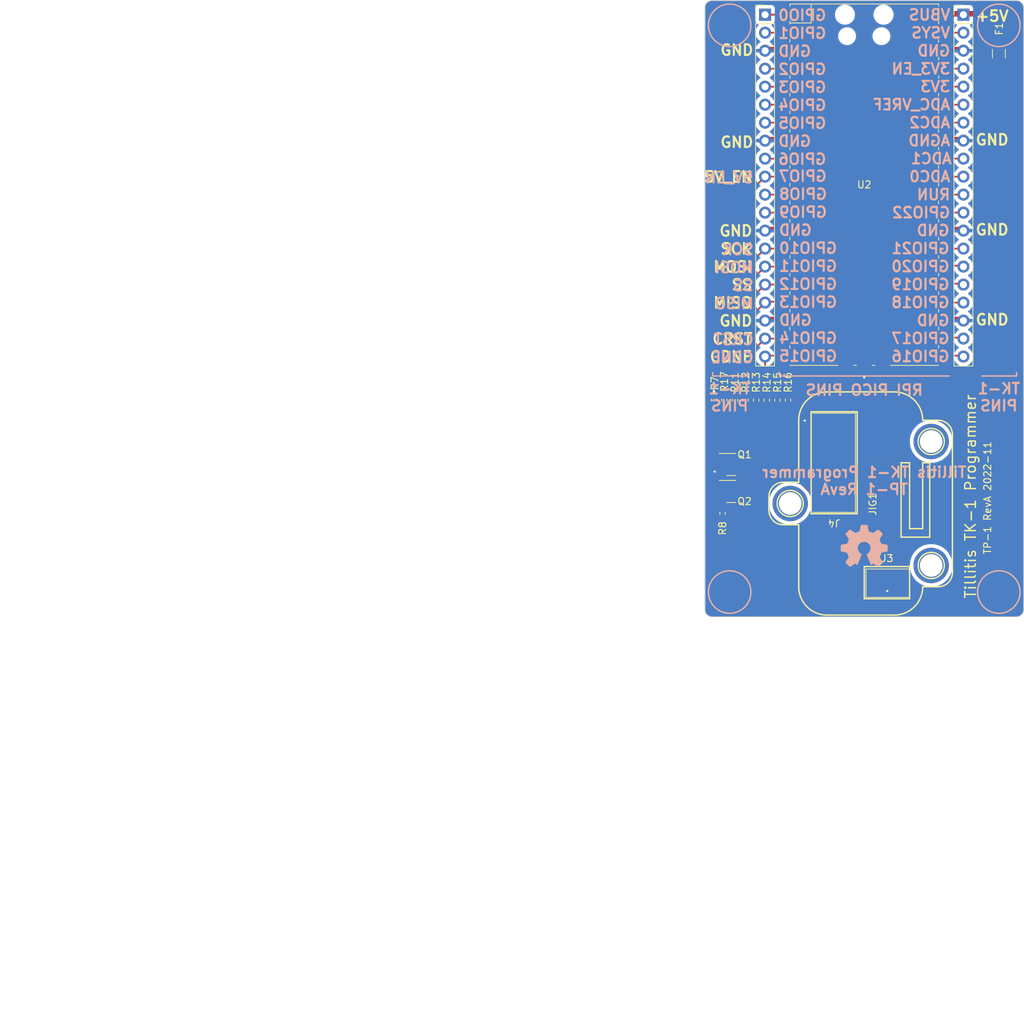
<source format=kicad_pcb>
(kicad_pcb (version 20221018) (generator pcbnew)
  (layers (0 "F.Cu" signal) (31 "B.Cu" signal) (34 "B.Paste" user) (35 "F.Paste" user) (36 "B.SilkS" user "B.Silkscreen") (37 "F.SilkS" user "F.Silkscreen") (38 "B.Mask" user) (39 "F.Mask" user) (44 "Edge.Cuts" user))
  (net 0 "")
  (net 1 "GND")
  (net 2 "+5V")
  (net 3 "/PICO28")
  (net 4 "/PICO27")
  (net 5 "/PICO26")
  (net 6 "/CDONE")
  (net 7 "/CRESET")
  (net 8 "/MISO")
  (net 9 "/SS")
  (net 10 "/MOSI")
  (net 11 "/SCK")
  (net 12 "/PICO_0")
  (net 13 "/PICO_1")
  (net 14 "/PICO_2")
  (net 15 "/PICO_3")
  (net 16 "/PICO_4")
  (net 17 "/PICO_5")
  (net 18 "/PICO_6")
  (net 19 "/PICO_VSYS")
  (net 20 "/PICO_3V3_EN")
  (net 21 "/PICO_3V3")
  (net 22 "/PICO_ADC_VREF")
  (net 25 "/PICO_RUN")
  (net 26 "/PICO22")
  (net 27 "/TX_U")
  (net 28 "/RX_U")
  (net 29 "/SCK_U")
  (net 30 "/MOSI_U")
  (net 31 "/SS_U")
  (net 32 "/MISO_U")
  (net 33 "/CRESET_U")
  (net 34 "/CDONE_U")
  (net 35 "/GPIO4_U")
  (net 36 "/GPIO3_U")
  (net 37 "/GPIO2_U")
  (net 38 "/GPIO1_U")
  (net 39 "/CTS_U")
  (net 40 "/RTS_U")
  (net 41 "/5V_EN")
  (net 42 "Net-(Q1-Pad3)")
  (net 43 "/5V_DUT")
  (net 44 "/5V_FUSE")
  (net 45 "Net-(Q1-Pad1)")
  (footprint "Connector_PinHeader_2.54mm:PinHeader_1x20_P2.54mm_Vertical" (layer "F.Cu") (at 154.5 51)
    (fp_text reference "J2" hide)
    (fp_text value "Conn_01x20" hide)
    (pad "1" thru_hole rect (at 0 0) (size 1.7 1.7) (drill 1) (layers "*.Cu" "*.Mask") (net 2 "+5V"))
    (pad "2" thru_hole oval (at 0 2.54) (size 1.7 1.7) (drill 1) (layers "*.Cu" "*.Mask") (net 19 "/PICO_VSYS"))
    (pad "3" thru_hole oval (at 0 5.08) (size 1.7 1.7) (drill 1) (layers "*.Cu" "*.Mask") (net 1 "GND"))
    (pad "4" thru_hole oval (at 0 7.62) (size 1.7 1.7) (drill 1) (layers "*.Cu" "*.Mask") (net 20 "/PICO_3V3_EN"))
    (pad "5" thru_hole oval (at 0 10.16) (size 1.7 1.7) (drill 1) (layers "*.Cu" "*.Mask") (net 21 "/PICO_3V3"))
    (pad "6" thru_hole oval (at 0 12.7) (size 1.7 1.7) (drill 1) (layers "*.Cu" "*.Mask") (net 22 "/PICO_ADC_VREF"))
    (pad "7" thru_hole oval (at 0 15.24) (size 1.7 1.7) (drill 1) (layers "*.Cu" "*.Mask") (net 3 "/PICO28"))
    (pad "8" thru_hole oval (at 0 17.78) (size 1.7 1.7) (drill 1) (layers "*.Cu" "*.Mask") (net 1 "GND"))
    (pad "9" thru_hole oval (at 0 20.32) (size 1.7 1.7) (drill 1) (layers "*.Cu" "*.Mask") (net 4 "/PICO27"))
    (pad "10" thru_hole oval (at 0 22.86) (size 1.7 1.7) (drill 1) (layers "*.Cu" "*.Mask") (net 5 "/PICO26"))
    (pad "11" thru_hole oval (at 0 25.4) (size 1.7 1.7) (drill 1) (layers "*.Cu" "*.Mask") (net 25 "/PICO_RUN"))
    (pad "12" thru_hole oval (at 0 27.94) (size 1.7 1.7) (drill 1) (layers "*.Cu" "*.Mask") (net 26 "/PICO22"))
    (pad "13" thru_hole oval (at 0 30.48) (size 1.7 1.7) (drill 1) (layers "*.Cu" "*.Mask") (net 1 "GND"))
    (pad "14" thru_hole oval (at 0 33.02) (size 1.7 1.7) (drill 1) (layers "*.Cu" "*.Mask") (net 35 "/GPIO4_U"))
    (pad "15" thru_hole oval (at 0 35.56) (size 1.7 1.7) (drill 1) (layers "*.Cu" "*.Mask") (net 36 "/GPIO3_U"))
    (pad "16" thru_hole oval (at 0 38.1) (size 1.7 1.7) (drill 1) (layers "*.Cu" "*.Mask") (net 37 "/GPIO2_U"))
    (pad "17" thru_hole oval (at 0 40.64) (size 1.7 1.7) (drill 1) (layers "*.Cu" "*.Mask") (net 38 "/GPIO1_U"))
    (pad "18" thru_hole oval (at 0 43.18) (size 1.7 1.7) (drill 1) (layers "*.Cu" "*.Mask") (net 1 "GND"))
    (pad "19" thru_hole oval (at 0 45.72) (size 1.7 1.7) (drill 1) (layers "*.Cu" "*.Mask") (net 39 "/CTS_U"))
    (pad "20" thru_hole oval (at 0 48.26) (size 1.7 1.7) (drill 1) (layers "*.Cu" "*.Mask") (net 40 "/RTS_U"))
  )
  (footprint "Fuse:Fuse_1206_3216Metric" (layer "F.Cu") (at 159.5 56.5 -90)
    (fp_text reference "F1" (at -3.5 -0.05 90) (layer "F.SilkS"))
    (fp_text value "50mA" hide)
    (pad "1" smd roundrect (at -1.4 0 270) (size 1.25 1.75) (layers "F.Cu" "F.Paste" "F.Mask") (roundrect_rratio 0.2) (net 2 "+5V"))
    (pad "2" smd roundrect (at 1.4 0 270) (size 1.25 1.75) (layers "F.Cu" "F.Paste" "F.Mask") (roundrect_rratio 0.2) (net 44 "/5V_FUSE"))
  )
  (footprint "Fiducial:Fiducial_1mm_Mask2mm" (layer "F.Cu") (at 161 134)
    (fp_text reference "FID1" hide)
    (fp_text value "Fiducial" hide)
    (pad "" smd circle (at 0 0) (size 1 1) (layers "F.Cu" "F.Mask") (clearance 0.5))
  )
  (footprint "mta1:ERJ2G(0402)_L" (layer "F.Cu") (at 123.75 105.4 90)
    (fp_text reference "R12" (at 2.5 0 90) (layer "F.SilkS"))
    (fp_text value "100R" hide)
    (pad "1" smd roundrect (at -0.4 0 90) (size 0.45 0.45) (layers "F.Cu" "F.Paste" "F.Mask") (net 10 "/MOSI"))
    (pad "2" smd roundrect (at 0.4 0 90) (size 0.45 0.45) (layers "F.Cu" "F.Paste" "F.Mask") (net 30 "/MOSI_U"))
  )
  (footprint "Connector_PinHeader_2.54mm:PinHeader_1x20_P2.54mm_Vertical" (layer "F.Cu") (at 126.5 51)
    (fp_text reference "J1" hide)
    (fp_text value "Conn_01x20" hide)
    (pad "1" thru_hole rect (at 0 0) (size 1.7 1.7) (drill 1) (layers "*.Cu" "*.Mask") (net 12 "/PICO_0"))
    (pad "2" thru_hole oval (at 0 2.54) (size 1.7 1.7) (drill 1) (layers "*.Cu" "*.Mask") (net 13 "/PICO_1"))
    (pad "3" thru_hole oval (at 0 5.08) (size 1.7 1.7) (drill 1) (layers "*.Cu" "*.Mask") (net 1 "GND"))
    (pad "4" thru_hole oval (at 0 7.62) (size 1.7 1.7) (drill 1) (layers "*.Cu" "*.Mask") (net 14 "/PICO_2"))
    (pad "5" thru_hole oval (at 0 10.16) (size 1.7 1.7) (drill 1) (layers "*.Cu" "*.Mask") (net 15 "/PICO_3"))
    (pad "6" thru_hole oval (at 0 12.7) (size 1.7 1.7) (drill 1) (layers "*.Cu" "*.Mask") (net 16 "/PICO_4"))
    (pad "7" thru_hole oval (at 0 15.24) (size 1.7 1.7) (drill 1) (layers "*.Cu" "*.Mask") (net 17 "/PICO_5"))
    (pad "8" thru_hole oval (at 0 17.78) (size 1.7 1.7) (drill 1) (layers "*.Cu" "*.Mask") (net 1 "GND"))
    (pad "9" thru_hole oval (at 0 20.32) (size 1.7 1.7) (drill 1) (layers "*.Cu" "*.Mask") (net 18 "/PICO_6"))
    (pad "10" thru_hole oval (at 0 22.86) (size 1.7 1.7) (drill 1) (layers "*.Cu" "*.Mask") (net 41 "/5V_EN"))
    (pad "11" thru_hole oval (at 0 25.4) (size 1.7 1.7) (drill 1) (layers "*.Cu" "*.Mask") (net 27 "/TX_U"))
    (pad "12" thru_hole oval (at 0 27.94) (size 1.7 1.7) (drill 1) (layers "*.Cu" "*.Mask") (net 28 "/RX_U"))
    (pad "13" thru_hole oval (at 0 30.48) (size 1.7 1.7) (drill 1) (layers "*.Cu" "*.Mask") (net 1 "GND"))
    (pad "14" thru_hole oval (at 0 33.02) (size 1.7 1.7) (drill 1) (layers "*.Cu" "*.Mask") (net 29 "/SCK_U"))
    (pad "15" thru_hole oval (at 0 35.56) (size 1.7 1.7) (drill 1) (layers "*.Cu" "*.Mask") (net 30 "/MOSI_U"))
    (pad "16" thru_hole oval (at 0 38.1) (size 1.7 1.7) (drill 1) (layers "*.Cu" "*.Mask") (net 31 "/SS_U"))
    (pad "17" thru_hole oval (at 0 40.64) (size 1.7 1.7) (drill 1) (layers "*.Cu" "*.Mask") (net 32 "/MISO_U"))
    (pad "18" thru_hole oval (at 0 43.18) (size 1.7 1.7) (drill 1) (layers "*.Cu" "*.Mask") (net 1 "GND"))
    (pad "19" thru_hole oval (at 0 45.72) (size 1.7 1.7) (drill 1) (layers "*.Cu" "*.Mask") (net 33 "/CRESET_U"))
    (pad "20" thru_hole oval (at 0 48.26) (size 1.7 1.7) (drill 1) (layers "*.Cu" "*.Mask") (net 34 "/CDONE_U"))
  )
  (footprint "mta1:ERJ2G(0402)_L" (layer "F.Cu") (at 126.75 105.4 90)
    (fp_text reference "R14" (at 2.5 0 90) (layer "F.SilkS"))
    (fp_text value "100R" hide)
    (pad "1" smd roundrect (at -0.4 0 90) (size 0.45 0.45) (layers "F.Cu" "F.Paste" "F.Mask") (net 8 "/MISO"))
    (pad "2" smd roundrect (at 0.4 0 90) (size 0.45 0.45) (layers "F.Cu" "F.Paste" "F.Mask") (net 32 "/MISO_U"))
  )
  (footprint "mta1:ERJ2G(0402)_L" (layer "F.Cu") (at 122.25 105.4 90)
    (fp_text reference "R11" (at 2.5 0 90) (layer "F.SilkS"))
    (fp_text value "100R" hide)
    (pad "1" smd roundrect (at -0.4 0 90) (size 0.45 0.45) (layers "F.Cu" "F.Paste" "F.Mask") (net 11 "/SCK"))
    (pad "2" smd roundrect (at 0.4 0 90) (size 0.45 0.45) (layers "F.Cu" "F.Paste" "F.Mask") (net 29 "/SCK_U"))
  )
  (footprint "mta1:ERJ2G(0402)_L" (layer "F.Cu") (at 125.25 105.4 90)
    (fp_text reference "R13" (at 2.5 0 90) (layer "F.SilkS"))
    (fp_text value "100R" hide)
    (pad "1" smd roundrect (at -0.4 0 90) (size 0.45 0.45) (layers "F.Cu" "F.Paste" "F.Mask") (net 9 "/SS"))
    (pad "2" smd roundrect (at 0.4 0 90) (size 0.45 0.45) (layers "F.Cu" "F.Paste" "F.Mask") (net 31 "/SS_U"))
  )
  (footprint "Package_TO_SOT_SMD:SOT-23" (layer "F.Cu") (at 121.7 114.49)
    (fp_text reference "Q1" (at 1.9 -1.39) (layer "F.SilkS"))
    (fp_text value "AO3400A" hide)
    (pad "1" smd roundrect (at -0.9375 -0.95) (size 1.475 0.6) (layers "F.Cu" "F.Paste" "F.Mask") (net 45 "Net-(Q1-Pad1)"))
    (pad "2" smd roundrect (at -0.9375 0.95) (size 1.475 0.6) (layers "F.Cu" "F.Paste" "F.Mask") (net 1 "GND"))
    (pad "3" smd roundrect (at 0.9375 0) (size 1.475 0.6) (layers "F.Cu" "F.Paste" "F.Mask") (net 42 "Net-(Q1-Pad3)"))
  )
  (footprint "mta1:mta1_usb_ch552_flat" (layer "F.Cu") (at 140 120 90)
    (fp_text reference "JIG1" (at -0.1 1.7 90 unlocked) (layer "F.SilkS"))
    (fp_text value "mta1_usb_ch552_flat" hide)
    (pad "M1" thru_hole circle (at 0 -9.95 90) (size 5 5) (drill 3.2) (layers "*.Cu" "*.Mask"))
    (pad "M2" thru_hole circle (at -8.75 9.95 90) (size 5 5) (drill 3.2) (layers "*.Cu" "*.Mask"))
    (pad "M3" thru_hole circle (at 8.75 9.95 90) (size 5 5) (drill 3.2) (layers "*.Cu" "*.Mask"))
  )
  (footprint "mta1:ERJ2G(0402)_L" (layer "F.Cu") (at 120.5 121.4 -90)
    (fp_text reference "R8" (at 2.1 0 90) (layer "F.SilkS"))
    (fp_text value "10K" hide)
    (pad "1" smd roundrect (at -0.4 0 270) (size 0.45 0.45) (layers "F.Cu" "F.Paste" "F.Mask") (net 42 "Net-(Q1-Pad3)"))
    (pad "2" smd roundrect (at 0.4 0 270) (size 0.45 0.45) (layers "F.Cu" "F.Paste" "F.Mask") (net 44 "/5V_FUSE"))
  )
  (footprint "Package_TO_SOT_SMD:SOT-23" (layer "F.Cu") (at 121.7 118.3)
    (fp_text reference "Q2" (at 1.9 1.4) (layer "F.SilkS"))
    (fp_text value "AO3401A" hide)
    (pad "1" smd roundrect (at -0.9375 -0.95) (size 1.475 0.6) (layers "F.Cu" "F.Paste" "F.Mask") (net 42 "Net-(Q1-Pad3)"))
    (pad "2" smd roundrect (at -0.9375 0.95) (size 1.475 0.6) (layers "F.Cu" "F.Paste" "F.Mask") (net 44 "/5V_FUSE"))
    (pad "3" smd roundrect (at 0.9375 0) (size 1.475 0.6) (layers "F.Cu" "F.Paste" "F.Mask") (net 43 "/5V_DUT"))
  )
  (footprint "mta1:BC-1-701" (layer "F.Cu") (at 136.25 114.25 180)
    (fp_text reference "J4" (at 0 -8.5 180 unlocked) (layer "F.SilkS"))
    (fp_text value "BC-1-701" hide)
    (pad "1" smd roundrect (at 2 -6 180) (size 2.6 1.7) (layers "F.Cu" "F.Paste" "F.Mask") (roundrect_rratio 0.1) (net 11 "/SCK"))
    (pad "2" smd roundrect (at 2 -4 180) (size 2.6 1.7) (layers "F.Cu" "F.Paste" "F.Mask") (roundrect_rratio 0.1) (net 10 "/MOSI"))
    (pad "3" smd roundrect (at 2 -2 180) (size 2.6 1.7) (layers "F.Cu" "F.Paste" "F.Mask") (roundrect_rratio 0.1) (net 9 "/SS"))
    (pad "4" smd roundrect (at 2 0 180) (size 2.6 1.7) (layers "F.Cu" "F.Paste" "F.Mask") (roundrect_rratio 0.1) (net 8 "/MISO"))
    (pad "5" smd roundrect (at 2 2 180) (size 2.6 1.7) (layers "F.Cu" "F.Paste" "F.Mask") (roundrect_rratio 0.1) (net 7 "/CRESET"))
    (pad "6" smd roundrect (at 2 4 180) (size 2.6 1.7) (layers "F.Cu" "F.Paste" "F.Mask") (roundrect_rratio 0.1) (net 6 "/CDONE"))
    (pad "7" smd roundrect (at 2 6 180) (size 2.6 1.7) (layers "F.Cu" "F.Paste" "F.Mask") (roundrect_rratio 0.1) (net 1 "GND"))
  )
  (footprint "mta1:BC-1-208" (layer "F.Cu") (at 143.75 131.25)
    (fp_text reference "J3" (at 0 -3.5 unlocked) (layer "F.SilkS"))
    (fp_text value "BC-1-208" hide)
    (pad "1" smd roundrect (at 2 -1) (size 2.6 1.7) (layers "F.Cu" "F.Paste" "F.Mask") (roundrect_rratio 0.1) (net 43 "/5V_DUT"))
    (pad "2" smd roundrect (at 2 1) (size 2.6 1.7) (layers "F.Cu" "F.Paste" "F.Mask") (roundrect_rratio 0.1) (net 1 "GND"))
  )
  (footprint "MCU_RaspberryPi_and_Boards:RPi_Pico_SMD_reflow" (layer "F.Cu") (at 140.5 75)
    (fp_text reference "U2" (at 0 0) (layer "F.SilkS"))
    (fp_text value "Pico" hide)
    (pad "" np_thru_hole oval (at -2.725 -24) (size 1.8 1.8) (drill 1.8) (layers "F&B.Cu" "*.Mask"))
    (pad "" np_thru_hole oval (at -2.425 -20.97) (size 1.5 1.5) (drill 1.5) (layers "*.Cu" "*.Mask"))
    (pad "" np_thru_hole oval (at 2.425 -20.97) (size 1.5 1.5) (drill 1.5) (layers "*.Cu" "*.Mask"))
    (pad "" np_thru_hole oval (at 2.725 -24) (size 1.8 1.8) (drill 1.8) (layers "*.Cu" "*.Mask"))
    (pad "1" smd rect (at -8.89 -24.13) (size 3.5 1.7) (drill (offset -0.9 0)) (layers "F.Cu" "F.Paste" "F.Mask") (net 12 "/PICO_0"))
    (pad "2" smd rect (at -8.89 -21.59) (size 3.5 1.7) (drill (offset -0.9 0)) (layers "F.Cu" "F.Paste" "F.Mask") (net 13 "/PICO_1"))
    (pad "3" smd rect (at -8.89 -19.05) (size 3.5 1.7) (drill (offset -0.9 0)) (layers "F.Cu" "F.Paste" "F.Mask") (net 1 "GND"))
    (pad "4" smd rect (at -8.89 -16.51) (size 3.5 1.7) (drill (offset -0.9 0)) (layers "F.Cu" "F.Paste" "F.Mask") (net 14 "/PICO_2"))
    (pad "5" smd rect (at -8.89 -13.97) (size 3.5 1.7) (drill (offset -0.9 0)) (layers "F.Cu" "F.Paste" "F.Mask") (net 15 "/PICO_3"))
    (pad "6" smd rect (at -8.89 -11.43) (size 3.5 1.7) (drill (offset -0.9 0)) (layers "F.Cu" "F.Paste" "F.Mask") (net 16 "/PICO_4"))
    (pad "7" smd rect (at -8.89 -8.89) (size 3.5 1.7) (drill (offset -0.9 0)) (layers "F.Cu" "F.Paste" "F.Mask") (net 17 "/PICO_5"))
    (pad "8" smd rect (at -8.89 -6.35) (size 3.5 1.7) (drill (offset -0.9 0)) (layers "F.Cu" "F.Paste" "F.Mask") (net 1 "GND"))
    (pad "9" smd rect (at -8.89 -3.81) (size 3.5 1.7) (drill (offset -0.9 0)) (layers "F.Cu" "F.Paste" "F.Mask") (net 18 "/PICO_6"))
    (pad "10" smd rect (at -8.89 -1.27) (size 3.5 1.7) (drill (offset -0.9 0)) (layers "F.Cu" "F.Paste" "F.Mask") (net 41 "/5V_EN"))
    (pad "11" smd rect (at -8.89 1.27) (size 3.5 1.7) (drill (offset -0.9 0)) (layers "F.Cu" "F.Paste" "F.Mask") (net 27 "/TX_U"))
    (pad "12" smd rect (at -8.89 3.81) (size 3.5 1.7) (drill (offset -0.9 0)) (layers "F.Cu" "F.Paste" "F.Mask") (net 28 "/RX_U"))
    (pad "13" smd rect (at -8.89 6.35) (size 3.5 1.7) (drill (offset -0.9 0)) (layers "F.Cu" "F.Paste" "F.Mask") (net 1 "GND"))
    (pad "14" smd rect (at -8.89 8.89) (size 3.5 1.7) (drill (offset -0.9 0)) (layers "F.Cu" "F.Paste" "F.Mask") (net 29 "/SCK_U"))
    (pad "15" smd rect (at -8.89 11.43) (size 3.5 1.7) (drill (offset -0.9 0)) (layers "F.Cu" "F.Paste" "F.Mask") (net 30 "/MOSI_U"))
    (pad "16" smd rect (at -8.89 13.97) (size 3.5 1.7) (drill (offset -0.9 0)) (layers "F.Cu" "F.Paste" "F.Mask") (net 31 "/SS_U"))
    (pad "17" smd rect (at -8.89 16.51) (size 3.5 1.7) (drill (offset -0.9 0)) (layers "F.Cu" "F.Paste" "F.Mask") (net 32 "/MISO_U"))
    (pad "18" smd rect (at -8.89 19.05) (size 3.5 1.7) (drill (offset -0.9 0)) (layers "F.Cu" "F.Paste" "F.Mask") (net 1 "GND"))
    (pad "19" smd rect (at -8.89 21.59) (size 3.5 1.7) (drill (offset -0.9 0)) (layers "F.Cu" "F.Paste" "F.Mask") (net 33 "/CRESET_U"))
    (pad "20" smd rect (at -8.89 24.13) (size 3.5 1.7) (drill (offset -0.9 0)) (layers "F.Cu" "F.Paste" "F.Mask") (net 34 "/CDONE_U"))
    (pad "21" smd rect (at 8.89 24.13) (size 3.5 1.7) (drill (offset 0.9 0)) (layers "F.Cu" "F.Paste" "F.Mask") (net 40 "/RTS_U"))
    (pad "22" smd rect (at 8.89 21.59) (size 3.5 1.7) (drill (offset 0.9 0)) (layers "F.Cu" "F.Paste" "F.Mask") (net 39 "/CTS_U"))
    (pad "23" smd rect (at 8.89 19.05) (size 3.5 1.7) (drill (offset 0.9 0)) (layers "F.Cu" "F.Paste" "F.Mask") (net 1 "GND"))
    (pad "24" smd rect (at 8.89 16.51) (size 3.5 1.7) (drill (offset 0.9 0)) (layers "F.Cu" "F.Paste" "F.Mask") (net 38 "/GPIO1_U"))
    (pad "25" smd rect (at 8.89 13.97) (size 3.5 1.7) (drill (offset 0.9 0)) (layers "F.Cu" "F.Paste" "F.Mask") (net 37 "/GPIO2_U"))
    (pad "26" smd rect (at 8.89 11.43) (size 3.5 1.7) (drill (offset 0.9 0)) (layers "F.Cu" "F.Paste" "F.Mask") (net 36 "/GPIO3_U"))
    (pad "27" smd rect (at 8.89 8.89) (size 3.5 1.7) (drill (offset 0.9 0)) (layers "F.Cu" "F.Paste" "F.Mask") (net 35 "/GPIO4_U"))
    (pad "28" smd rect (at 8.89 6.35) (size 3.5 1.7) (drill (offset 0.9 0)) (layers "F.Cu" "F.Paste" "F.Mask") (net 1 "GND"))
    (pad "29" smd rect (at 8.89 3.81) (size 3.5 1.7) (drill (offset 0.9 0)) (layers "F.Cu" "F.Paste" "F.Mask") (net 26 "/PICO22"))
    (pad "30" smd rect (at 8.89 1.27) (size 3.5 1.7) (drill (offset 0.9 0)) (layers "F.Cu" "F.Paste" "F.Mask") (net 25 "/PICO_RUN"))
    (pad "31" smd rect (at 8.89 -1.27) (size 3.5 1.7) (drill (offset 0.9 0)) (layers "F.Cu" "F.Paste" "F.Mask") (net 5 "/PICO26"))
    (pad "32" smd rect (at 8.89 -3.81) (size 3.5 1.7) (drill (offset 0.9 0)) (layers "F.Cu" "F.Paste" "F.Mask") (net 4 "/PICO27"))
    (pad "33" smd rect (at 8.89 -6.35) (size 3.5 1.7) (drill (offset 0.9 0)) (layers "F.Cu" "F.Paste" "F.Mask") (net 1 "GND"))
    (pad "34" smd rect (at 8.89 -8.89) (size 3.5 1.7) (drill (offset 0.9 0)) (layers "F.Cu" "F.Paste" "F.Mask") (net 3 "/PICO28"))
    (pad "35" smd rect (at 8.89 -11.43) (size 3.5 1.7) (drill (offset 0.9 0)) (layers "F.Cu" "F.Paste" "F.Mask") (net 22 "/PICO_ADC_VREF"))
    (pad "36" smd rect (at 8.89 -13.97) (size 3.5 1.7) (drill (offset 0.9 0)) (layers "F.Cu" "F.Paste" "F.Mask") (net 21 "/PICO_3V3"))
    (pad "37" smd rect (at 8.89 -16.51) (size 3.5 1.7) (drill (offset 0.9 0)) (layers "F.Cu" "F.Paste" "F.Mask") (net 20 "/PICO_3V3_EN"))
    (pad "38" smd rect (at 8.89 -19.05) (size 3.5 1.7) (drill (offset 0.9 0)) (layers "F.Cu" "F.Paste" "F.Mask") (net 1 "GND"))
    (pad "39" smd rect (at 8.89 -21.59) (size 3.5 1.7) (drill (offset 0.9 0)) (layers "F.Cu" "F.Paste" "F.Mask") (net 19 "/PICO_VSYS"))
    (pad "40" smd rect (at 8.89 -24.13) (size 3.5 1.7) (drill (offset 0.9 0)) (layers "F.Cu" "F.Paste" "F.Mask") (net 2 "+5V"))
    (pad "41" smd rect (at -2.54 23.9 90) (size 3.5 1.7) (drill (offset -0.9 0)) (layers "F.Cu" "F.Paste" "F.Mask"))
    (pad "42" smd rect (at 0 23.9 90) (size 3.5 1.7) (drill (offset -0.9 0)) (layers "F.Cu" "F.Paste" "F.Mask") (net 1 "GND"))
    (pad "43" smd rect (at 2.54 23.9 90) (size 3.5 1.7) (drill (offset -0.9 0)) (layers "F.Cu" "F.Paste" "F.Mask"))
  )
  (footprint "mta1:ERJ2G(0402)_L" (layer "F.Cu") (at 129.75 105.4 90)
    (fp_text reference "R16" (at 2.5 0 90) (layer "F.SilkS"))
    (fp_text value "100R" hide)
    (pad "1" smd roundrect (at -0.4 0 90) (size 0.45 0.45) (layers "F.Cu" "F.Paste" "F.Mask") (net 6 "/CDONE"))
    (pad "2" smd roundrect (at 0.4 0 90) (size 0.45 0.45) (layers "F.Cu" "F.Paste" "F.Mask") (net 34 "/CDONE_U"))
  )
  (footprint "Fiducial:Fiducial_1mm_Mask2mm" (layer "F.Cu") (at 120 134)
    (fp_text reference "FIDe" hide)
    (fp_text value "Fiducial" hide)
    (pad "" smd circle (at 0 0) (size 1 1) (layers "F.Cu" "F.Mask") (clearance 0.5))
  )
  (footprint "mta1:ERJ2G(0402)_L" (layer "F.Cu") (at 120.75 105.4 -90)
    (fp_text reference "R17" (at -2.6 0 90) (layer "F.SilkS"))
    (fp_text value "100R" hide)
    (pad "1" smd roundrect (at -0.4 0 270) (size 0.45 0.45) (layers "F.Cu" "F.Paste" "F.Mask") (net 41 "/5V_EN"))
    (pad "2" smd roundrect (at 0.4 0 270) (size 0.45 0.45) (layers "F.Cu" "F.Paste" "F.Mask") (net 45 "Net-(Q1-Pad1)"))
  )
  (footprint "mta1:ERJ2G(0402)_L" (layer "F.Cu") (at 128.25 105.4 90)
    (fp_text reference "R15" (at 2.5 0 90) (layer "F.SilkS"))
    (fp_text value "100R" hide)
    (pad "1" smd roundrect (at -0.4 0 90) (size 0.45 0.45) (layers "F.Cu" "F.Paste" "F.Mask") (net 7 "/CRESET"))
    (pad "2" smd roundrect (at 0.4 0 90) (size 0.45 0.45) (layers "F.Cu" "F.Paste" "F.Mask") (net 33 "/CRESET_U"))
  )
  (footprint "mta1:ERJ2G(0402)_L" (layer "F.Cu") (at 119.3 105.4 -90)
    (fp_text reference "R7" (at -2.37 -0.11 -270) (layer "F.SilkS"))
    (fp_text value "10K" hide)
    (pad "1" smd roundrect (at -0.4 0 270) (size 0.45 0.45) (layers "F.Cu" "F.Paste" "F.Mask") (net 1 "GND"))
    (pad "2" smd roundrect (at 0.4 0 270) (size 0.45 0.45) (layers "F.Cu" "F.Paste" "F.Mask") (net 45 "Net-(Q1-Pad1)"))
  )
  (footprint "Fiducial:Fiducial_1mm_Mask2mm" (layer "F.Cu") (at 120 51)
    (fp_text reference "FID2" hide)
    (fp_text value "Fiducial" hide)
    (pad "" smd circle (at 0 0) (size 1 1) (layers "F.Cu" "F.Mask") (clearance 0.5))
  )
  (footprint "Symbol:OSHW-Symbol_6.7x6mm_SilkScreen" (layer "B.Cu") (at 140.5 126 180)
    (fp_text reference "REF**" hide)
    (fp_text value "OSHW-Symbol_6.7x6mm_SilkScreen" hide)
  )
  (gr_circle (center 121.5 52.5) (end 124.5 52.5) (stroke (width 0.2)) (fill none) (layer "B.SilkS"))
  (gr_line (start 157.1 102) (end 162 102) (stroke (width 0.2)) (layer "B.SilkS"))
  (gr_line (start 119.1 102) (end 124 102) (stroke (width 0.2)) (layer "B.SilkS"))
  (gr_circle (center 159.5 52.5) (end 162.5 52.5) (stroke (width 0.2)) (fill none) (layer "B.SilkS"))
  (gr_circle (center 159.5 132.5) (end 162.5 132.5) (stroke (width 0.2)) (fill none) (layer "B.SilkS"))
  (gr_line (start 119.1 101.5) (end 119.1 102) (stroke (width 0.2)) (layer "B.SilkS"))
  (gr_circle (center 121.5 132.5) (end 124.5 132.5) (stroke (width 0.2)) (fill none) (layer "B.SilkS"))
  (gr_line (start 162 101.5) (end 162 102) (stroke (width 0.2)) (layer "B.SilkS"))
  (gr_line (start 128.5 102) (end 152.5 102) (stroke (width 0.2)) (layer "B.SilkS"))
  (gr_line (start 124 101.5) (end 124 102) (stroke (width 0.2)) (layer "B.SilkS"))
  (gr_line (start 128.5 101.5) (end 128.5 102) (stroke (width 0.2)) (layer "B.SilkS"))
  (gr_arc (start 118 50) (mid 118.292893 49.292893) (end 119 49) (stroke (width 0.1)) (layer "Edge.Cuts"))
  (gr_line (start 162 49) (end 119 49) (stroke (width 0.1)) (layer "Edge.Cuts"))
  (gr_line (start 118 50) (end 118 134.992893) (stroke (width 0.1)) (layer "Edge.Cuts"))
  (gr_arc (start 119 135.992893) (mid 118.292893 135.7) (end 118 134.992893) (stroke (width 0.1)) (layer "Edge.Cuts"))
  (gr_arc (start 162 49) (mid 162.707107 49.292893) (end 163 50) (stroke (width 0.1)) (layer "Edge.Cuts"))
  (gr_line (start 119 135.992893) (end 162 135.992893) (stroke (width 0.1)) (layer "Edge.Cuts"))
  (gr_line (start 163 134.992893) (end 163 50) (stroke (width 0.1)) (layer "Edge.Cuts"))
  (gr_arc (start 163 134.992893) (mid 162.707107 135.7) (end 162 135.992893) (stroke (width 0.1)) (layer "Edge.Cuts"))
  (gr_text "GND" (at 152.7 94.16) (layer "B.SilkS") (effects (font (size 1.5 1.5) (thickness 0.3)) (justify left mirror)))
  (gr_text "SS" (at 125.04 89.24) (layer "B.SilkS") (effects (font (size 1.5 1.5) (thickness 0.3)) (justify left mirror)))
  (gr_text "GPIO11" (at 128.3 86.5) (layer "B.SilkS") (effects (font (size 1.5 1.5) (thickness 0.3)) (justify right mirror)))
  (gr_text "VBUS" (at 152.8 51.02) (layer "B.SilkS") (effects (font (size 1.5 1.5) (thickness 0.3)) (justify left mirror)))
  (gr_text "GPIO6" (at 128.2 71.4) (layer "B.SilkS") (effects (font (size 1.5 1.5) (thickness 0.3)) (justify right mirror)))
  (gr_text "GND" (at 128.2 68.86) (layer "B.SilkS") (effects (font (size 1.5 1.5) (thickness 0.3)) (justify right mirror)))
  (gr_text "GPIO22" (at 152.8 78.94) (layer "B.SilkS") (effects (font (size 1.5 1.5) (thickness 0.3)) (justify left mirror)))
  (gr_text "CRST" (at 125.04 96.86) (layer "B.SilkS") (effects (font (size 1.5 1.5) (thickness 0.3)) (justify left mirror)))
  (gr_text "RUN" (at 152.8 76.4) (layer "B.SilkS") (effects (font (size 1.5 1.5) (thickness 0.3)) (justify left mirror)))
  (gr_text "GPIO10" (at 128.3 83.96) (layer "B.SilkS") (effects (font (size 1.5 1.5) (thickness 0.3)) (justify right mirror)))
  (gr_text "TK-1\nPINS" (at 121.5 105) (layer "B.SilkS") (effects (font (size 1.5 1.5) (thickness 0.3)) (justify mirror)))
  (gr_text "GND" (at 128.2 56.16) (layer "B.SilkS") (effects (font (size 1.5 1.5) (thickness 0.3)) (justify right mirror)))
  (gr_text "CDNE" (at 125.04 99.4) (layer "B.SilkS") (effects (font (size 1.5 1.5) (thickness 0.3)) (justify left mirror)))
  (gr_text "GPIO16" (at 152.7 99.24) (layer "B.SilkS") (effects (font (size 1.5 1.5) (thickness 0.3)) (justify left mirror)))
  (gr_text "GPIO8" (at 128.3 76.34) (layer "B.SilkS") (effects (font (size 1.5 1.5) (thickness 0.3)) (justify right mirror)))
  (gr_text "ADC1" (at 153 71.32) (layer "B.SilkS") (effects (font (size 1.5 1.5) (thickness 0.3)) (justify left mirror)))
  (gr_text "GPIO3" (at 128.2 61.24) (layer "B.SilkS") (effects (font (size 1.5 1.5) (thickness 0.3)) (justify right mirror)))
  (gr_text "GPIO19" (at 152.7 89.08) (layer "B.SilkS") (effects (font (size 1.5 1.5) (thickness 0.3)) (justify left mirror)))
  (gr_text "GND" (at 128.3 81.42) (layer "B.SilkS") (effects (font (size 1.5 1.5) (thickness 0.3)) (justify right mirror)))
  (gr_text "GPIO14" (at 128.3 96.66) (layer "B.SilkS") (effects (font (size 1.5 1.5) (thickness 0.3)) (justify right mirror)))
  (gr_text "ADC0" (at 152.8 73.86) (layer "B.SilkS") (effects (font (size 1.5 1.5) (thickness 0.3)) (justify left mirror)))
  (gr_text "GPIO13" (at 128.3 91.58) (layer "B.SilkS") (effects (font (size 1.5 1.5) (thickness 0.3)) (justify right mirror)))
  (gr_text "MISO" (at 125.04 91.78) (layer "B.SilkS") (effects (font (size 1.5 1.5) (thickness 0.3)) (justify left mirror)))
  (gr_text "GPIO18" (at 152.7 91.62) (layer "B.SilkS") (effects (font (size 1.5 1.5) (thickness 0.3)) (justify left mirror)))
  (gr_text "3V3_EN" (at 152.8 58.64) (layer "B.SilkS") (effects (font (size 1.5 1.5) (thickness 0.3)) (justify left mirror)))
  (gr_text "3V3" (at 152.8 61.16) (layer "B.SilkS") (effects (font (size 1.5 1.5) (thickness 0.3)) (justify left mirror)))
  (gr_text "GPIO7" (at 128.26 73.8) (layer "B.SilkS") (effects (font (size 1.5 1.5) (thickness 0.3)) (justify right mirror)))
  (gr_text "GPIO4" (at 128.2 63.78) (layer "B.SilkS") (effects (font (size 1.5 1.5) (thickness 0.3)) (justify right mirror)))
  (gr_text "VSYS" (at 152.8 53.56) (layer "B.SilkS") (effects (font (size 1.5 1.5) (thickness 0.3)) (justify left mirror)))
  (gr_text "Tillitis TK-1 Programmer\nTP-1 RevA" (at 140.5 116.8) (layer "B.SilkS") (effects (font (size 1.5 1.5) (thickness 0.3)) (justify mirror)))
  (gr_text "AGND" (at 152.8 68.78) (layer "B.SilkS") (effects (font (size 1.5 1.5) (thickness 0.3)) (justify left mirror)))
  (gr_text "GPIO15" (at 128.3 99.2) (layer "B.SilkS") (effects (font (size 1.5 1.5) (thickness 0.3)) (justify right mirror)))
  (gr_text "GPIO2" (at 128.2 58.7) (layer "B.SilkS") (effects (font (size 1.5 1.5) (thickness 0.3)) (justify right mirror)))
  (gr_text "GND" (at 128.3 94.12) (layer "B.SilkS") (effects (font (size 1.5 1.5) (thickness 0.3)) (justify right mirror)))
  (gr_text "ADC_VREF" (at 152.8 63.7) (layer "B.SilkS") (effects (font (size 1.5 1.5) (thickness 0.3)) (justify left mirror)))
  (gr_text "RPI PICO PINS" (at 140.5 104) (layer "B.SilkS") (effects (font (size 1.5 1.5) (thickness 0.3)) (justify mirror)))
  (gr_text "GPIO9" (at 128.3 78.88) (layer "B.SilkS") (effects (font (size 1.5 1.5) (thickness 0.3)) (justify right mirror)))
  (gr_text "5V_EN" (at 125 74) (layer "B.SilkS") (effects (font (size 1.5 1.5) (thickness 0.3)) (justify left mirror)))
  (gr_text "GPIO1" (at 128.2 53.62) (layer "B.SilkS") (effects (font (size 1.5 1.5) (thickness 0.3)) (justify right mirror)))
  (gr_text "GPIO5" (at 128.2 66.32) (layer "B.SilkS") (effects (font (size 1.5 1.5) (thickness 0.3)) (justify right mirror)))
  (gr_text "GND" (at 152.7 81.46) (layer "B.SilkS") (effects (font (size 1.5 1.5) (thickness 0.3)) (justify left mirror)))
  (gr_text "GPIO20" (at 152.7 86.54) (layer "B.SilkS") (effects (font (size 1.5 1.5) (thickness 0.3)) (justify left mirror)))
  (gr_text "MOSI" (at 125.04 86.7) (layer "B.SilkS") (effects (font (size 1.5 1.5) (thickness 0.3)) (justify left mirror)))
  (gr_text "ADC2" (at 152.8 66.24) (layer "B.SilkS") (effects (font (size 1.5 1.5) (thickness 0.3)) (justify left mirror)))
  (gr_text "SCK" (at 125.04 84.16) (layer "B.SilkS") (effects (font (size 1.5 1.5) (thickness 0.3)) (justify left mirror)))
  (gr_text "GPIO12" (at 128.3 89.04) (layer "B.SilkS") (effects (font (size 1.5 1.5) (thickness 0.3)) (justify right mirror)))
  (gr_text "GPIO0" (at 128.2 51.08) (layer "B.SilkS") (effects (font (size 1.5 1.5) (thickness 0.3)) (justify right mirror)))
  (gr_text "GND" (at 152.8 56.1) (layer "B.SilkS") (effects (font (size 1.5 1.5) (thickness 0.3)) (justify left mirror)))
  (gr_text "GPIO17" (at 152.7 96.7) (layer "B.SilkS") (effects (font (size 1.5 1.5) (thickness 0.3)) (justify left mirror)))
  (gr_text "TK-1\nPINS" (at 159.5 105) (layer "B.SilkS") (effects (font (size 1.5 1.5) (thickness 0.3)) (justify mirror)))
  (gr_text "GPIO21" (at 152.7 84) (layer "B.SilkS") (effects (font (size 1.5 1.5) (thickness 0.3)) (justify left mirror)))
  (gr_text "GND" (at 125 69) (layer "F.SilkS") (effects (font (size 1.5 1.5) (thickness 0.3)) (justify right)))
  (gr_text "MOSI" (at 124.86 86.6) (layer "F.SilkS") (effects (font (size 1.5 1.5) (thickness 0.3)) (justify right)))
  (gr_text "GND" (at 124.86 94.22) (layer "F.SilkS") (effects (font (size 1.5 1.5) (thickness 0.3)) (justify right)))
  (gr_text "GND" (at 156.075 81.36) (layer "F.SilkS") (effects (font (size 1.5 1.5) (thickness 0.3)) (justify left)))
  (gr_text "GND" (at 156.075 94.06) (layer "F.SilkS") (effects (font (size 1.5 1.5) (thickness 0.3)) (justify left)))
  (gr_text "Tillitis TK-1 Programmer" (at 155.5 119 90) (layer "F.SilkS") (effects (font (size 1.5 1.5) (thickness 0.2))))
  (gr_text "SCK" (at 124.86 84.06) (layer "F.SilkS") (effects (font (size 1.5 1.5) (thickness 0.3)) (justify right)))
  (gr_text "5V_EN" (at 124.9 73.9) (layer "F.SilkS") (effects (font (size 1.5 1.5) (thickness 0.3)) (justify right)))
  (gr_text "GND" (at 156.075 68.66) (layer "F.SilkS") (effects (font (size 1.5 1.5) (thickness 0.3)) (justify left)))
  (gr_text "GND" (at 125 56) (layer "F.SilkS") (effects (font (size 1.5 1.5) (thickness 0.3)) (justify right)))
  (gr_text "+5V" (at 156.075 51.2) (layer "F.SilkS") (effects (font (size 1.5 1.5) (thickness 0.3)) (justify left)))
  (gr_text "GND" (at 124.86 81.52) (layer "F.SilkS") (effects (font (size 1.5 1.5) (thickness 0.3)) (justify right)))
  (gr_text "CRST" (at 124.86 96.76) (layer "F.SilkS") (effects (font (size 1.5 1.5) (thickness 0.3)) (justify right)))
  (gr_text "MISO" (at 124.86 91.68) (layer "F.SilkS") (effects (font (size 1.5 1.5) (thickness 0.3)) (justify right)))
  (gr_text "CDNE" (at 124.86 99.3) (layer "F.SilkS") (effects (font (size 1.5 1.5) (thickness 0.3)) (justify right)))
  (gr_text "SS" (at 124.86 89.14) (layer "F.SilkS") (effects (font (size 1.5 1.5) (thickness 0.3)) (justify right)))
  (gr_text "TP-1 RevA 2022-11" (at 157.9 119.2 90) (layer "F.SilkS") (effects (font (size 1 1))))
  (segment (start 154.37 68.65) (end 154.5 68.78) (width 0.8) (layer "F.Cu") (net 1))
  (segment (start 149.39 55.95) (end 154.37 55.95) (width 0.8) (layer "F.Cu") (net 1))
  (segment (start 149.39 68.65) (end 154.37 68.65) (width 0.8) (layer "F.Cu") (net 1))
  (segment (start 119.3 105) (end 119.3 104.14) (width 0.25) (layer "F.Cu") (net 1))
  (segment (start 134.25 108.25) (end 132.15 108.25) (width 0.8) (layer "F.Cu") (net 1))
  (segment (start 154.37 81.35) (end 154.5 81.48) (width 0.8) (layer "F.Cu") (net 1))
  (segment (start 131.61 94.05) (end 126.63 94.05) (width 0.8) (layer "F.Cu") (net 1))
  (segment (start 126.63 55.95) (end 126.5 56.08) (width 0.8) (layer "F.Cu") (net 1))
  (segment (start 126.63 81.35) (end 126.5 81.48) (width 0.8) (layer "F.Cu") (net 1))
  (segment (start 143.8 132.3) (end 143.75 132.35) (width 0.8) (layer "F.Cu") (net 1))
  (segment (start 120.7625 115.44) (end 119.44 115.44) (width 0.25) (layer "F.Cu") (net 1))
  (segment (start 119.44 115.44) (end 119.38 115.5) (width 0.25) (layer "F.Cu") (net 1))
  (segment (start 131.61 55.95) (end 126.63 55.95) (width 0.8) (layer "F.Cu") (net 1))
  (segment (start 132.15 108.25) (end 132.1 108.3) (width 0.8) (layer "F.Cu") (net 1))
  (segment (start 131.61 68.65) (end 126.63 68.65) (width 0.8) (layer "F.Cu") (net 1))
  (segment (start 126.63 68.65) (end 126.5 68.78) (width 0.8) (layer "F.Cu") (net 1))
  (segment (start 149.39 94.05) (end 154.37 94.05) (width 0.8) (layer "F.Cu") (net 1))
  (segment (start 149.39 81.35) (end 154.37 81.35) (width 0.8) (layer "F.Cu") (net 1))
  (segment (start 154.37 55.95) (end 154.5 56.08) (width 0.8) (layer "F.Cu") (net 1))
  (segment (start 145.7 132.3) (end 143.8 132.3) (width 0.8) (layer "F.Cu") (net 1))
  (segment (start 126.63 94.05) (end 126.5 94.18) (width 0.8) (layer "F.Cu") (net 1))
  (segment (start 131.61 81.35) (end 126.63 81.35) (width 0.8) (layer "F.Cu") (net 1))
  (segment (start 140.5 98.9) (end 140.5 102.2) (width 0.8) (layer "F.Cu") (net 1))
  (via (at 132.1 108.3) (size 0.6) (drill 0.3) (layers "F.Cu" "B.Cu") (net 1))
  (via (at 119.3 104.2) (size 0.6) (drill 0.3) (layers "F.Cu" "B.Cu") (net 1))
  (via (at 119.38 115.5) (size 0.6) (drill 0.3) (layers "F.Cu" "B.Cu") (net 1))
  (via (at 140.5 102.2) (size 0.6) (drill 0.3) (layers "F.Cu" "B.Cu") (net 1))
  (via (at 143.75 132.35) (size 0.6) (drill 0.3) (layers "F.Cu" "B.Cu") (net 1))
  (segment (start 159.5 52.2) (end 159.5 55.1) (width 0.8) (layer "F.Cu") (net 2))
  (segment (start 149.39 50.87) (end 158.17 50.87) (width 0.8) (layer "F.Cu") (net 2))
  (segment (start 158.17 50.87) (end 159.5 52.2) (width 0.8) (layer "F.Cu") (net 2))
  (segment (start 149.52 66.24) (end 149.39 66.11) (width 0.25) (layer "F.Cu") (net 3))
  (segment (start 154.5 66.24) (end 149.52 66.24) (width 0.25) (layer "F.Cu") (net 3))
  (segment (start 149.52 71.32) (end 149.39 71.19) (width 0.25) (layer "F.Cu") (net 4))
  (segment (start 154.5 71.32) (end 149.52 71.32) (width 0.25) (layer "F.Cu") (net 4))
  (segment (start 154.5 73.86) (end 149.52 73.86) (width 0.25) (layer "F.Cu") (net 5))
  (segment (start 149.52 73.86) (end 149.39 73.73) (width 0.25) (layer "F.Cu") (net 5))
  (segment (start 129.75 107.75) (end 132.25 110.25) (width 0.25) (layer "F.Cu") (net 6))
  (segment (start 129.75 105.8) (end 129.75 107.75) (width 0.25) (layer "F.Cu") (net 6))
  (segment (start 132.25 110.25) (end 134.25 110.25) (width 0.25) (layer "F.Cu") (net 6))
  (segment (start 131.65 112.25) (end 128.25 108.85) (width 0.25) (layer "F.Cu") (net 7))
  (segment (start 128.25 108.85) (end 128.25 105.8) (width 0.25) (layer "F.Cu") (net 7))
  (segment (start 134.25 112.25) (end 131.65 112.25) (width 0.25) (layer "F.Cu") (net 7))
  (segment (start 126.75 109.25) (end 131.75 114.25) (width 0.25) (layer "F.Cu") (net 8))
  (segment (start 131.75 114.25) (end 134.25 114.25) (width 0.25) (layer "F.Cu") (net 8))
  (segment (start 126.75 105.8) (end 126.75 109.25) (width 0.25) (layer "F.Cu") (net 8))
  (segment (start 132.15 116.25) (end 125.25 109.35) (width 0.25) (layer "F.Cu") (net 9))
  (segment (start 134.25 116.25) (end 132.15 116.25) (width 0.25) (layer "F.Cu") (net 9))
  (segment (start 125.25 109.35) (end 125.25 105.8) (width 0.25) (layer "F.Cu") (net 9))
  (segment (start 132.65 118.25) (end 134.25 118.25) (width 0.25) (layer "F.Cu") (net 10))
  (segment (start 123.75 105.8) (end 123.75 109.35) (width 0.25) (layer "F.Cu") (net 10))
  (segment (start 123.75 109.35) (end 132.65 118.25) (width 0.25) (layer "F.Cu") (net 10))
  (segment (start 122.25 109.15) (end 122.25 105.8) (width 0.25) (layer "F.Cu") (net 11))
  (segment (start 126.3 121.1) (end 126.3 113.2) (width 0.25) (layer "F.Cu") (net 11))
  (segment (start 128.3 123.1) (end 126.3 121.1) (width 0.25) (layer "F.Cu") (net 11))
  (segment (start 126.3 113.2) (end 122.25 109.15) (width 0.25) (layer "F.Cu") (net 11))
  (segment (start 134.25 121.05) (end 132.2 123.1) (width 0.25) (layer "F.Cu") (net 11))
  (segment (start 132.2 123.1) (end 128.3 123.1) (width 0.25) (layer "F.Cu") (net 11))
  (segment (start 134.25 120.25) (end 134.25 121.05) (width 0.25) (layer "F.Cu") (net 11))
  (segment (start 131.48 51) (end 131.61 50.87) (width 0.25) (layer "F.Cu") (net 12))
  (segment (start 126.5 51) (end 131.48 51) (width 0.25) (layer "F.Cu") (net 12))
  (segment (start 131.48 53.54) (end 131.61 53.41) (width 0.25) (layer "F.Cu") (net 13))
  (segment (start 126.5 53.54) (end 131.48 53.54) (width 0.25) (layer "F.Cu") (net 13))
  (segment (start 126.5 58.62) (end 131.48 58.62) (width 0.25) (layer "F.Cu") (net 14))
  (segment (start 131.48 58.62) (end 131.61 58.49) (width 0.25) (layer "F.Cu") (net 14))
  (segment (start 126.5 61.16) (end 131.48 61.16) (width 0.25) (layer "F.Cu") (net 15))
  (segment (start 131.48 61.16) (end 131.61 61.03) (width 0.25) (layer "F.Cu") (net 15))
  (segment (start 131.48 63.7) (end 131.61 63.57) (width 0.25) (layer "F.Cu") (net 16))
  (segment (start 126.5 63.7) (end 131.48 63.7) (width 0.25) (layer "F.Cu") (net 16))
  (segment (start 126.5 66.24) (end 131.48 66.24) (width 0.25) (layer "F.Cu") (net 17))
  (segment (start 131.48 66.24) (end 131.61 66.11) (width 0.25) (layer "F.Cu") (net 17))
  (segment (start 131.48 71.32) (end 131.61 71.19) (width 0.25) (layer "F.Cu") (net 18))
  (segment (start 126.5 71.32) (end 131.48 71.32) (width 0.25) (layer "F.Cu") (net 18))
  (segment (start 154.5 53.54) (end 149.52 53.54) (width 0.25) (layer "F.Cu") (net 19))
  (segment (start 149.52 53.54) (end 149.39 53.41) (width 0.25) (layer "F.Cu") (net 19))
  (segment (start 149.52 58.62) (end 149.39 58.49) (width 0.25) (layer "F.Cu") (net 20))
  (segment (start 154.5 58.62) (end 149.52 58.62) (width 0.25) (layer "F.Cu") (net 20))
  (segment (start 149.52 61.16) (end 149.39 61.03) (width 0.25) (layer "F.Cu") (net 21))
  (segment (start 154.5 61.16) (end 149.52 61.16) (width 0.25) (layer "F.Cu") (net 21))
  (segment (start 154.5 63.7) (end 149.52 63.7) (width 0.25) (layer "F.Cu") (net 22))
  (segment (start 149.52 63.7) (end 149.39 63.57) (width 0.25) (layer "F.Cu") (net 22))
  (segment (start 154.5 76.4) (end 149.52 76.4) (width 0.25) (layer "F.Cu") (net 25))
  (segment (start 149.52 78.94) (end 149.39 78.81) (width 0.25) (layer "F.Cu") (net 26))
  (segment (start 154.5 78.94) (end 149.52 78.94) (width 0.25) (layer "F.Cu") (net 26))
  (segment (start 131.48 76.4) (end 131.61 76.27) (width 0.25) (layer "F.Cu") (net 27))
  (segment (start 126.5 76.4) (end 131.48 76.4) (width 0.25) (layer "F.Cu") (net 27))
  (segment (start 131.48 78.94) (end 131.61 78.81) (width 0.25) (layer "F.Cu") (net 28))
  (segment (start 126.5 78.94) (end 131.48 78.94) (width 0.25) (layer "F.Cu") (net 28))
  (segment (start 122.54 103.56) (end 122.25 103.85) (width 0.25) (layer "F.Cu") (net 29))
  (segment (start 126.5 84.02) (end 131.48 84.02) (width 0.25) (layer "F.Cu") (net 29))
  (segment (start 122.25 103.85) (end 122.25 105) (width 0.25) (layer "F.Cu") (net 29))
  (segment (start 131.48 84.02) (end 131.61 83.89) (width 0.25) (layer "F.Cu") (net 29))
  (segment (start 122.54 87.98) (end 122.54 103.56) (width 0.25) (layer "F.Cu") (net 29))
  (segment (start 126.5 84.02) (end 122.54 87.98) (width 0.25) (layer "F.Cu") (net 29))
  (segment (start 123.17 102.67) (end 123.75 103.25) (width 0.25) (layer "F.Cu") (net 30))
  (segment (start 131.48 86.56) (end 131.61 86.43) (width 0.25) (layer "F.Cu") (net 30))
  (segment (start 126.5 86.56) (end 131.48 86.56) (width 0.25) (layer "F.Cu") (net 30))
  (segment (start 123.75 103.25) (end 123.75 105) (width 0.25) (layer "F.Cu") (net 30))
  (segment (start 126.5 86.56) (end 123.17 89.89) (width 0.25) (layer "F.Cu") (net 30))
  (segment (start 123.17 89.89) (end 123.17 102.67) (width 0.25) (layer "F.Cu") (net 30))
  (segment (start 126.5 89.1) (end 123.74 91.86) (width 0.25) (layer "F.Cu") (net 31))
  (segment (start 125.25 103.7) (end 125.25 103.95) (width 0.25) (layer "F.Cu") (net 31))
  (segment (start 125.25 105) (end 125.25 103.95) (width 0.2) (layer "F.Cu") (net 31))
  (segment (start 123.74 91.86) (end 123.74 102.19) (width 0.25) (layer "F.Cu") (net 31))
  (segment (start 131.48 89.1) (end 131.61 88.97) (width 0.25) (layer "F.Cu") (net 31))
  (segment (start 123.74 102.19) (end 125.25 103.7) (width 0.25) (layer "F.Cu") (net 31))
  (segment (start 126.5 89.1) (end 131.48 89.1) (width 0.25) (layer "F.Cu") (net 31))
  (segment (start 126.63 91.51) (end 126.5 91.64) (width 0.25) (layer "F.Cu") (net 32))
  (segment (start 126.75 104.25) (end 126.75 105) (width 0.25) (layer "F.Cu") (net 32))
  (segment (start 131.61 91.51) (end 126.63 91.51) (width 0.25) (layer "F.Cu") (net 32))
  (segment (start 124.3 101.8) (end 126.75 104.25) (width 0.25) (layer "F.Cu") (net 32))
  (segment (start 124.3 93.84) (end 124.3 101.8) (width 0.25) (layer "F.Cu") (net 32))
  (segment (start 126.5 91.64) (end 124.3 93.84) (width 0.25) (layer "F.Cu") (net 32))
  (segment (start 128.25 104.15) (end 128.25 105) (width 0.25) (layer "F.Cu") (net 33))
  (segment (start 124.9 100.8) (end 128.25 104.15) (width 0.25) (layer "F.Cu") (net 33))
  (segment (start 126.5 96.72) (end 124.9 98.32) (width 0.25) (layer "F.Cu") (net 33))
  (segment (start 124.9 98.32) (end 124.9 100.8) (width 0.25) (layer "F.Cu") (net 33))
  (segment (start 126.5 96.72) (end 131.48 96.72) (width 0.25) (layer "F.Cu") (net 33))
  (segment (start 131.48 96.72) (end 131.61 96.59) (width 0.25) (layer "F.Cu") (net 33))
  (segment (start 126.63 99.13) (end 126.5 99.26) (width 0.25) (layer "F.Cu") (net 34))
  (segment (start 131.61 99.13) (end 126.63 99.13) (width 0.25) (layer "F.Cu") (net 34))
  (segment (start 126.5 99.26) (end 126.5 100.9) (width 0.25) (layer "F.Cu") (net 34))
  (segment (start 129.75 104.15) (end 129.75 105) (width 0.25) (layer "F.Cu") (net 34))
  (segment (start 126.5 100.9) (end 129.75 104.15) (width 0.25) (layer "F.Cu") (net 34))
  (segment (start 149.39 83.89) (end 149.52 84.02) (width 0.25) (layer "F.Cu") (net 35))
  (segment (start 149.52 84.02) (end 154.5 84.02) (width 0.25) (layer "F.Cu") (net 35))
  (segment (start 149.39 86.43) (end 154.37 86.43) (width 0.25) (layer "F.Cu") (net 36))
  (segment (start 149.39 88.97) (end 154.37 88.97) (width 0.25) (layer "F.Cu") (net 37))
  (segment (start 149.52 91.64) (end 154.5 91.64) (width 0.25) (layer "F.Cu") (net 38))
  (segment (start 149.39 91.51) (end 149.52 91.64) (width 0.25) (layer "F.Cu") (net 38))
  (segment (start 149.39 96.59) (end 154.37 96.59) (width 0.25) (layer "F.Cu") (net 39))
  (segment (start 149.39 99.13) (end 154.37 99.13) (width 0.25) (layer "F.Cu") (net 40))
  (segment (start 131.48 73.86) (end 126.5 73.86) (width 0.25) (layer "F.Cu") (net 41))
  (segment (start 120.7 103.95) (end 120.75 104) (width 0.25) (layer "F.Cu") (net 41))
  (segment (start 120.7 79.66) (end 120.7 103.95) (width 0.25) (layer "F.Cu") (net 41))
  (segment (start 120.75 104) (end 120.75 105) (width 0.25) (layer "F.Cu") (net 41))
  (segment (start 126.5 73.86) (end 120.7 79.66) (width 0.25) (layer "F.Cu") (net 41))
  (segment (start 131.61 73.73) (end 131.48 73.86) (width 0.25) (layer "F.Cu") (net 41))
  (segment (start 120.5 120.75) (end 119.5 119.75) (width 0.25) (layer "F.Cu") (net 42))
  (segment (start 119.5 119.75) (end 119.5 118) (width 0.25) (layer "F.Cu") (net 42))
  (segment (start 120.15 117.35) (end 120.7625 117.35) (width 0.25) (layer "F.Cu") (net 42))
  (segment (start 120.5 121) (end 120.5 120.75) (width 0.25) (layer "F.Cu") (net 42))
  (segment (start 121.23 117.35) (end 120.7625 117.35) (width 0.25) (layer "F.Cu") (net 42))
  (segment (start 119.5 118) (end 120.15 117.35) (width 0.25) (layer "F.Cu") (net 42))
  (segment (start 122.6375 114.49) (end 122.6375 115.9425) (width 0.25) (layer "F.Cu") (net 42))
  (segment (start 122.6375 115.9425) (end 121.23 117.35) (width 0.25) (layer "F.Cu") (net 42))
  (segment (start 124.9 119.4) (end 123.8 118.3) (width 0.8) (layer "F.Cu") (net 43))
  (segment (start 145.75 130.25) (end 133.35 130.25) (width 0.8) (layer "F.Cu") (net 43))
  (segment (start 124.9 121.8) (end 124.9 119.4) (width 0.8) (layer "F.Cu") (net 43))
  (segment (start 123.8 118.3) (end 122.6375 118.3) (width 0.8) (layer "F.Cu") (net 43))
  (segment (start 133.35 130.25) (end 124.9 121.8) (width 0.8) (layer "F.Cu") (net 43))
  (segment (start 121.15 119.25) (end 120.7625 119.25) (width 0.8) (layer "F.Cu") (net 44))
  (segment (start 134.3375 134.5) (end 152.5 134.5) (width 0.8) (layer "F.Cu") (net 44))
  (segment (start 159.5 127.5) (end 159.5 57.9) (width 0.8) (layer "F.Cu") (net 44))
  (segment (start 122.9 123.0625) (end 134.3375 134.5) (width 0.8) (layer "F.Cu") (net 44))
  (segment (start 152.5 134.5) (end 159.5 127.5) (width 0.8) (layer "F.Cu") (net 44))
  (segment (start 120.5 122.4) (end 120.5 121.8) (width 0.25) (layer "F.Cu") (net 44))
  (segment (start 120.8 122.7) (end 120.5 122.4) (width 0.25) (layer "F.Cu") (net 44))
  (segment (start 122.9 122.7) (end 122.9 121) (width 0.8) (layer "F.Cu") (net 44))
  (segment (start 122.9 121) (end 121.15 119.25) (width 0.8) (layer "F.Cu") (net 44))
  (segment (start 122.9 122.7) (end 120.8 122.7) (width 0.25) (layer "F.Cu") (net 44))
  (segment (start 122.9 122.7) (end 122.9 123.0625) (width 0.8) (layer "F.Cu") (net 44))
  (segment (start 119.3 105.8) (end 119.3 106.175) (width 0.25) (layer "F.Cu") (net 45))
  (segment (start 120.75 107) (end 120.125 107) (width 0.25) (layer "F.Cu") (net 45))
  (segment (start 120.75 113.5275) (end 120.7625 113.54) (width 0.25) (layer "F.Cu") (net 45))
  (segment (start 120.75 107) (end 120.75 113.5275) (width 0.25) (layer "F.Cu") (net 45))
  (segment (start 119.3 106.175) (end 120.125 107) (width 0.25) (layer "F.Cu") (net 45))
  (segment (start 120.75 105.8) (end 120.75 107) (width 0.25) (layer "F.Cu") (net 45))
  (zone (net 1) (net_name "GND") (layer "B.Cu") (connect_pads (clearance 0.508)) (min_thickness 0.254) (fill yes (thermal_gap 0.508) (thermal_bridge_width 0.508))
    (polygon (pts (xy 163 136) (xy 118 136) (xy 118 49) (xy 163 49)))
  )
)
</source>
